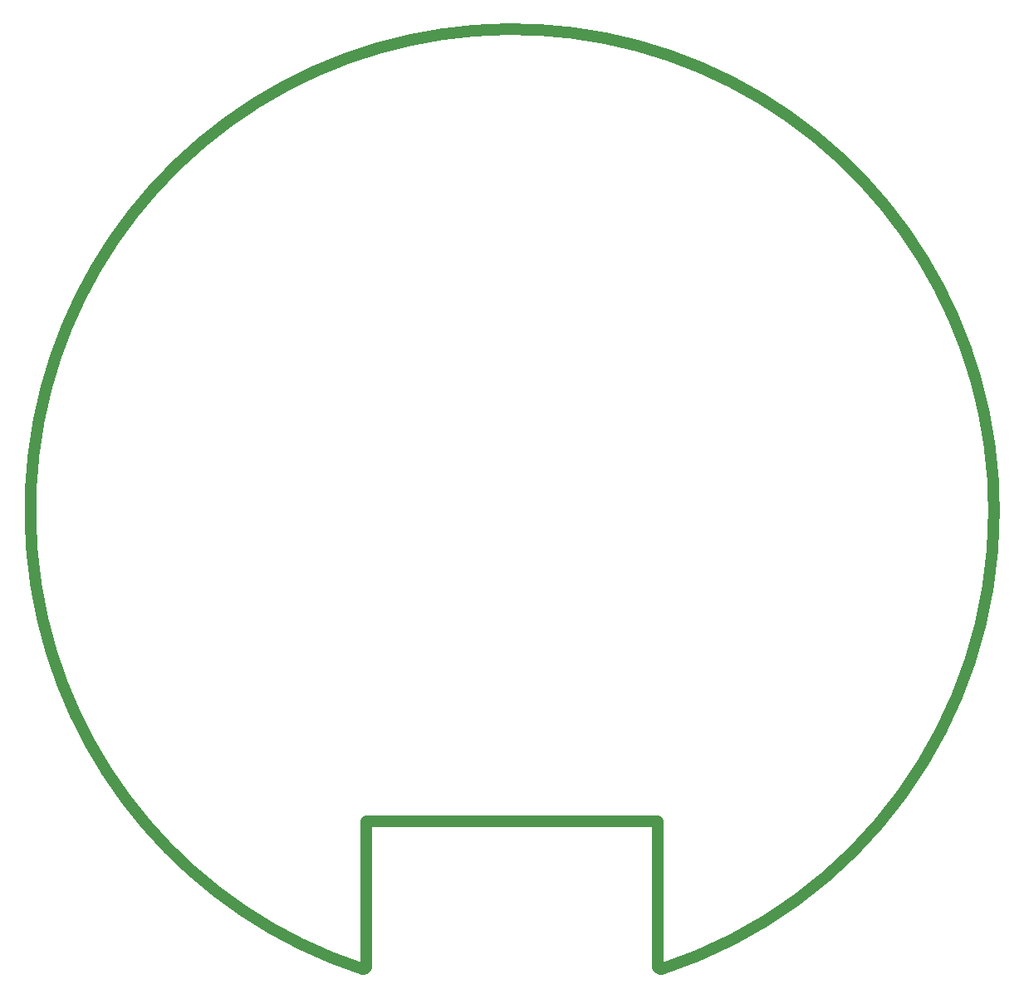
<source format=gko>
G04 Layer_Color=16720538*
%FSAX24Y24*%
%MOIN*%
G70*
G01*
G75*
%ADD95C,0.0472*%
D95*
X019229Y020972D02*
G03*
X019292Y021004I000015J000048D01*
G01*
D02*
G03*
X019351Y021063I-000001J000059D01*
G01*
X031043D02*
G03*
X031101Y021004I000059J000000D01*
G01*
D02*
G03*
X031164Y020972I000047J000016D01*
G01*
D02*
G03*
X044538Y039370I-005968J018398D01*
G01*
D02*
G03*
X019229Y020972I-019341J000000D01*
G01*
X019351Y021063D02*
Y026909D01*
X031043D01*
Y021063D02*
Y026909D01*
M02*

</source>
